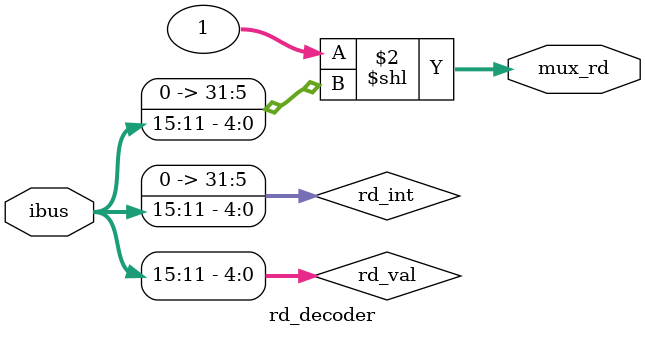
<source format=v>
`timescale 1ns / 1ps


module rd_decoder(ibus, mux_rd);
    input[31:0] ibus;
    output[31:0] mux_rd;
    
    wire[4:0] rd_val = ibus[15:11];
    integer rd_int;
    
    always@(rd_val) begin
        rd_int = rd_val;
    end
        
    assign mux_rd = 32'b1 << rd_int;  
    
endmodule


</source>
